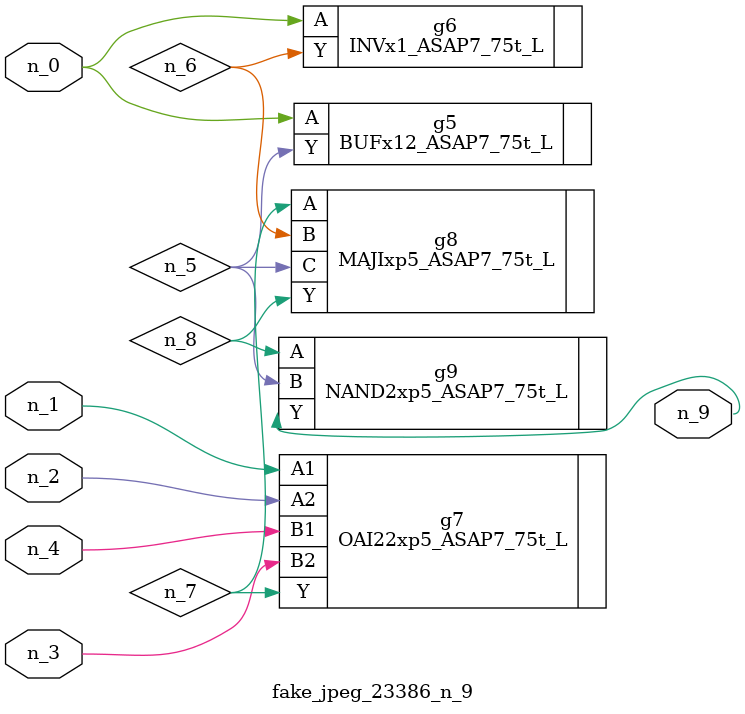
<source format=v>
module fake_jpeg_23386_n_9 (n_3, n_2, n_1, n_0, n_4, n_9);

input n_3;
input n_2;
input n_1;
input n_0;
input n_4;

output n_9;

wire n_8;
wire n_6;
wire n_5;
wire n_7;

BUFx12_ASAP7_75t_L g5 ( 
.A(n_0),
.Y(n_5)
);

INVx1_ASAP7_75t_L g6 ( 
.A(n_0),
.Y(n_6)
);

OAI22xp5_ASAP7_75t_L g7 ( 
.A1(n_1),
.A2(n_2),
.B1(n_4),
.B2(n_3),
.Y(n_7)
);

MAJIxp5_ASAP7_75t_L g8 ( 
.A(n_7),
.B(n_6),
.C(n_5),
.Y(n_8)
);

NAND2xp5_ASAP7_75t_L g9 ( 
.A(n_8),
.B(n_5),
.Y(n_9)
);


endmodule
</source>
